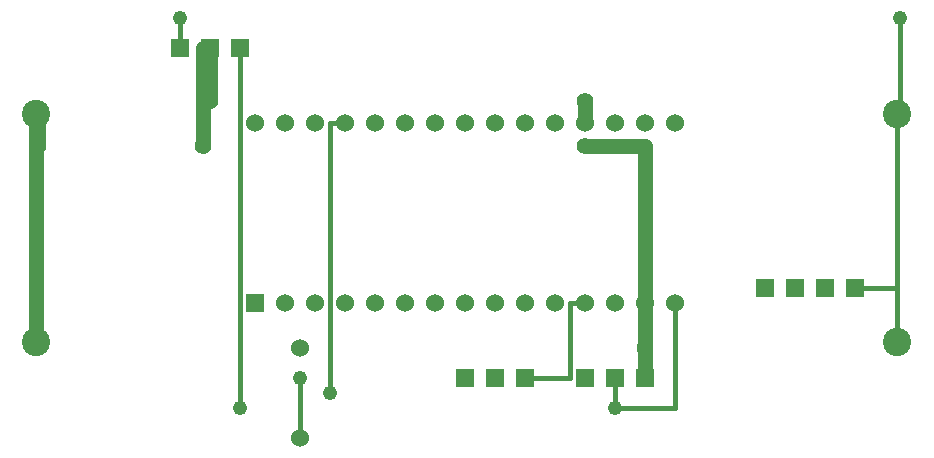
<source format=gbr>
G04 DesignSpark PCB Gerber Version 10.0 Build 5299*
G04 #@! TF.Part,Single*
G04 #@! TF.FileFunction,Copper,L2,Bot*
G04 #@! TF.FilePolarity,Positive*
%FSLAX35Y35*%
%MOIN*%
G04 #@! TA.AperFunction,ComponentPad*
%ADD14R,0.06000X0.06000*%
G04 #@! TD.AperFunction*
%ADD12C,0.01500*%
G04 #@! TA.AperFunction,ViaPad*
%ADD13C,0.04800*%
G04 #@! TD.AperFunction*
%ADD10C,0.05000*%
G04 #@! TA.AperFunction,ViaPad*
%ADD11C,0.05600*%
G04 #@! TA.AperFunction,ComponentPad*
%ADD15C,0.06000*%
%ADD16C,0.09449*%
G04 #@! TD.AperFunction*
X0Y0D02*
D02*
D10*
X22691Y123242D02*
Y47258D01*
X23104Y112750D02*
Y123242D01*
X22691D01*
X78104Y112750D02*
Y145250D01*
X80604D01*
Y127750D02*
Y145250D01*
X205604Y112750D02*
X225604D01*
Y60250D01*
X205604Y127750D02*
Y120250D01*
X225604Y45250D02*
Y35250D01*
Y45250D02*
Y60250D01*
D02*
D11*
X23104Y112750D03*
X78104D03*
X80604Y127750D03*
X205604Y112750D03*
Y127750D03*
X225604Y45250D03*
D02*
D12*
X70604Y155250D02*
Y145250D01*
X90604Y25250D02*
Y145250D01*
X110604Y35250D02*
Y15250D01*
X120604Y30250D02*
Y120250D01*
X125604D01*
X185604Y35250D02*
X200604D01*
Y60250D01*
X205604D01*
X215604Y25250D02*
X235604D01*
Y60250D01*
X215604Y25250D02*
Y35250D01*
X309698Y47258D02*
Y123242D01*
Y47258D02*
Y65250D01*
X295604D01*
X310604Y155250D02*
Y123242D01*
X309698D01*
D02*
D13*
X70604Y155250D03*
X90604Y25250D03*
X110604Y35250D03*
X120604Y30250D03*
X215604Y25250D03*
X310604Y155250D03*
D02*
D14*
X70604Y145250D03*
X80604D03*
X90604D03*
X95604Y60250D03*
X165604Y35250D03*
X175604D03*
X185604D03*
X205604D03*
X215604D03*
X225604D03*
X265604Y65250D03*
X275604D03*
X285604D03*
X295604D03*
D02*
D15*
X95604Y120250D03*
X105604Y60250D03*
Y120250D03*
X110604Y15250D03*
Y45250D03*
X115604Y60250D03*
Y120250D03*
X125604Y60250D03*
Y120250D03*
X135604Y60250D03*
Y120250D03*
X145604Y60250D03*
Y120250D03*
X155604Y60250D03*
Y120250D03*
X165604Y60250D03*
Y120250D03*
X175604Y60250D03*
Y120250D03*
X185604Y60250D03*
Y120250D03*
X195604Y60250D03*
Y120250D03*
X205604Y60250D03*
Y120250D03*
X215604Y60250D03*
Y120250D03*
X225604Y60250D03*
Y120250D03*
X235604Y60250D03*
Y120250D03*
D02*
D16*
X22691Y47258D03*
Y123242D03*
X309698Y47258D03*
Y123242D03*
X0Y0D02*
M02*

</source>
